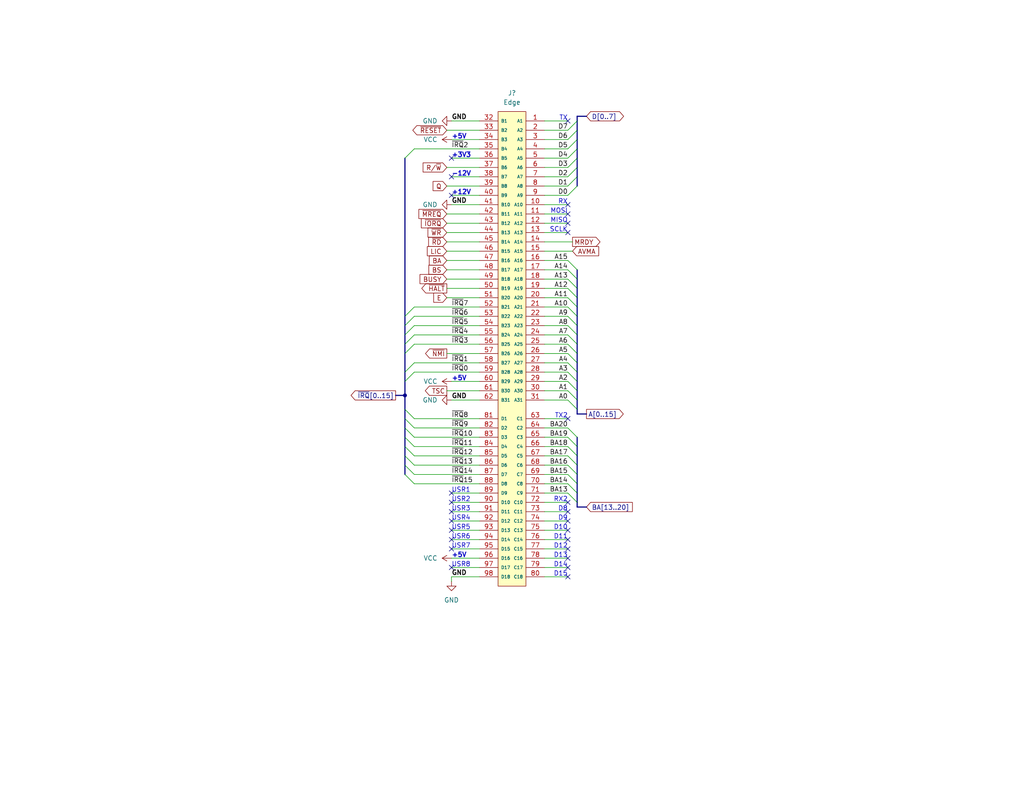
<source format=kicad_sch>
(kicad_sch (version 20230121) (generator eeschema)
  (paper "USLetter")
  (title_block (title "Bus connector") (date "2024-03-17") (rev "1.4") (company "Frédéric Segard") (comment 1 "MicroHobbyist's Retro Homebrew Computers") (comment 2 "microhobbyist.com"))
  (lib_symbols
    (symbol "0_Library:ISA_CARD_CONNECTOR_16BIT" (pin_names (offset 0.762))
      (property "Reference" "J" (at 0 5.08 0))
      (property "Value" "ISA_CARD_CONNECTOR_16BIT" (at 0 2.54 0))
      (symbol "ISA_CARD_CONNECTOR_16BIT_0_0"
        (pin passive line (at 8.89 -2.54 180) (length 5.08) (name "A1") (number "1"))
        (pin passive line (at 8.89 -25.4 180) (length 5.08) (name "A10") (number "10"))
        (pin passive line (at 8.89 -27.94 180) (length 5.08) (name "A11") (number "11"))
        (pin passive line (at 8.89 -30.48 180) (length 5.08) (name "A12") (number "12"))
        (pin passive line (at 8.89 -33.02 180) (length 5.08) (name "A13") (number "13"))
        (pin passive line (at 8.89 -35.56 180) (length 5.08) (name "A14") (number "14"))
        (pin passive line (at 8.89 -38.1 180) (length 5.08) (name "A15") (number "15"))
        (pin passive line (at 8.89 -40.64 180) (length 5.08) (name "A16") (number "16"))
        (pin passive line (at 8.89 -43.18 180) (length 5.08) (name "A17") (number "17"))
        (pin passive line (at 8.89 -45.72 180) (length 5.08) (name "A18") (number "18"))
        (pin passive line (at 8.89 -48.26 180) (length 5.08) (name "A19") (number "19"))
        (pin passive line (at 8.89 -5.08 180) (length 5.08) (name "A2") (number "2"))
        (pin passive line (at 8.89 -50.8 180) (length 5.08) (name "A20") (number "20"))
        (pin passive line (at 8.89 -53.34 180) (length 5.08) (name "A21") (number "21"))
        (pin passive line (at 8.89 -55.88 180) (length 5.08) (name "A22") (number "22"))
        (pin passive line (at 8.89 -58.42 180) (length 5.08) (name "A23") (number "23"))
        (pin passive line (at 8.89 -60.96 180) (length 5.08) (name "A24") (number "24"))
        (pin passive line (at 8.89 -63.5 180) (length 5.08) (name "A25") (number "25"))
        (pin passive line (at 8.89 -66.04 180) (length 5.08) (name "A26") (number "26"))
        (pin passive line (at 8.89 -68.58 180) (length 5.08) (name "A27") (number "27"))
        (pin passive line (at 8.89 -71.12 180) (length 5.08) (name "A28") (number "28"))
        (pin passive line (at 8.89 -73.66 180) (length 5.08) (name "A29") (number "29"))
        (pin passive line (at 8.89 -7.62 180) (length 5.08) (name "A3") (number "3"))
        (pin passive line (at 8.89 -76.2 180) (length 5.08) (name "A30") (number "30"))
        (pin passive line (at 8.89 -78.74 180) (length 5.08) (name "A31") (number "31"))
        (pin passive line (at -8.89 -2.54 0) (length 5.08) (name "B1") (number "32"))
        (pin passive line (at -8.89 -5.08 0) (length 5.08) (name "B2") (number "33"))
        (pin passive line (at -8.89 -7.62 0) (length 5.08) (name "B3") (number "34"))
        (pin passive line (at -8.89 -10.16 0) (length 5.08) (name "B4") (number "35"))
        (pin passive line (at -8.89 -12.7 0) (length 5.08) (name "B5") (number "36"))
        (pin passive line (at -8.89 -15.24 0) (length 5.08) (name "B6") (number "37"))
        (pin passive line (at -8.89 -17.78 0) (length 5.08) (name "B7") (number "38"))
        (pin passive line (at -8.89 -20.32 0) (length 5.08) (name "B8") (number "39"))
        (pin passive line (at 8.89 -10.16 180) (length 5.08) (name "A4") (number "4"))
        (pin passive line (at -8.89 -22.86 0) (length 5.08) (name "B9") (number "40"))
        (pin passive line (at -8.89 -25.4 0) (length 5.08) (name "B10") (number "41"))
        (pin passive line (at -8.89 -27.94 0) (length 5.08) (name "B11") (number "42"))
        (pin passive line (at -8.89 -30.48 0) (length 5.08) (name "B12") (number "43"))
        (pin passive line (at -8.89 -33.02 0) (length 5.08) (name "B13") (number "44"))
        (pin passive line (at -8.89 -35.56 0) (length 5.08) (name "B14") (number "45"))
        (pin passive line (at -8.89 -38.1 0) (length 5.08) (name "B15") (number "46"))
        (pin passive line (at -8.89 -40.64 0) (length 5.08) (name "B16") (number "47"))
        (pin passive line (at -8.89 -43.18 0) (length 5.08) (name "B17") (number "48"))
        (pin passive line (at -8.89 -45.72 0) (length 5.08) (name "B18") (number "49"))
        (pin passive line (at 8.89 -12.7 180) (length 5.08) (name "A5") (number "5"))
        (pin passive line (at -8.89 -48.26 0) (length 5.08) (name "B19") (number "50"))
        (pin passive line (at -8.89 -50.8 0) (length 5.08) (name "B20") (number "51"))
        (pin passive line (at -8.89 -53.34 0) (length 5.08) (name "B21") (number "52"))
        (pin passive line (at -8.89 -55.88 0) (length 5.08) (name "B22") (number "53"))
        (pin passive line (at -8.89 -58.42 0) (length 5.08) (name "B23") (number "54"))
        (pin passive line (at -8.89 -60.96 0) (length 5.08) (name "B24") (number "55"))
        (pin passive line (at -8.89 -63.5 0) (length 5.08) (name "B25") (number "56"))
        (pin passive line (at -8.89 -66.04 0) (length 5.08) (name "B26") (number "57"))
        (pin passive line (at -8.89 -68.58 0) (length 5.08) (name "B27") (number "58"))
        (pin passive line (at -8.89 -71.12 0) (length 5.08) (name "B28") (number "59"))
        (pin passive line (at 8.89 -15.24 180) (length 5.08) (name "A6") (number "6"))
        (pin passive line (at -8.89 -73.66 0) (length 5.08) (name "B29") (number "60"))
        (pin passive line (at -8.89 -76.2 0) (length 5.08) (name "B30") (number "61"))
        (pin passive line (at -8.89 -78.74 0) (length 5.08) (name "B31") (number "62"))
        (pin passive line (at 8.89 -17.78 180) (length 5.08) (name "A7") (number "7"))
        (pin passive line (at 8.89 -20.32 180) (length 5.08) (name "A8") (number "8"))
        (pin passive line (at 8.89 -22.86 180) (length 5.08) (name "A9") (number "9"))
      )
      (symbol "ISA_CARD_CONNECTOR_16BIT_0_1"
        (rectangle (start -3.81 0) (end 3.81 -129.54) (fill (type background)))
      )
      (symbol "ISA_CARD_CONNECTOR_16BIT_1_1"
        (pin passive line (at 8.89 -83.82 180) (length 5.08) (name "C1") (number "63"))
        (pin passive line (at 8.89 -86.36 180) (length 5.08) (name "C2") (number "64"))
        (pin passive line (at 8.89 -88.9 180) (length 5.08) (name "C3") (number "65"))
        (pin passive line (at 8.89 -91.44 180) (length 5.08) (name "C4") (number "66"))
        (pin passive line (at 8.89 -93.98 180) (length 5.08) (name "C5") (number "67"))
        (pin passive line (at 8.89 -96.52 180) (length 5.08) (name "C6") (number "68"))
        (pin passive line (at 8.89 -99.06 180) (length 5.08) (name "C7") (number "69"))
        (pin passive line (at 8.89 -101.6 180) (length 5.08) (name "C8") (number "70"))
        (pin passive line (at 8.89 -104.14 180) (length 5.08) (name "C9") (number "71"))
        (pin passive line (at 8.89 -106.68 180) (length 5.08) (name "C10") (number "72"))
        (pin passive line (at 8.89 -109.22 180) (length 5.08) (name "C11") (number "73"))
        (pin passive line (at 8.89 -111.76 180) (length 5.08) (name "C12") (number "74"))
        (pin passive line (at 8.89 -114.3 180) (length 5.08) (name "C13") (number "75"))
        (pin passive line (at 8.89 -116.84 180) (length 5.08) (name "C14") (number "76"))
        (pin passive line (at 8.89 -119.38 180) (length 5.08) (name "C15") (number "77"))
        (pin passive line (at 8.89 -121.92 180) (length 5.08) (name "C16") (number "78"))
        (pin passive line (at 8.89 -124.46 180) (length 5.08) (name "C17") (number "79"))
        (pin passive line (at 8.89 -127 180) (length 5.08) (name "C18") (number "80"))
        (pin passive line (at -8.89 -83.82 0) (length 5.08) (name "D1") (number "81"))
        (pin passive line (at -8.89 -86.36 0) (length 5.08) (name "D2") (number "82"))
        (pin passive line (at -8.89 -88.9 0) (length 5.08) (name "D3") (number "83"))
        (pin passive line (at -8.89 -91.44 0) (length 5.08) (name "D4") (number "84"))
        (pin passive line (at -8.89 -93.98 0) (length 5.08) (name "D5") (number "85"))
        (pin passive line (at -8.89 -96.52 0) (length 5.08) (name "D6") (number "86"))
        (pin passive line (at -8.89 -99.06 0) (length 5.08) (name "D7") (number "87"))
        (pin passive line (at -8.89 -101.6 0) (length 5.08) (name "D8") (number "88"))
        (pin passive line (at -8.89 -104.14 0) (length 5.08) (name "D9") (number "89"))
        (pin passive line (at -8.89 -106.68 0) (length 5.08) (name "D10") (number "90"))
        (pin passive line (at -8.89 -109.22 0) (length 5.08) (name "D11") (number "91"))
        (pin passive line (at -8.89 -111.76 0) (length 5.08) (name "D12") (number "92"))
        (pin passive line (at -8.89 -114.3 0) (length 5.08) (name "D13") (number "93"))
        (pin passive line (at -8.89 -116.84 0) (length 5.08) (name "D14") (number "94"))
        (pin passive line (at -8.89 -119.38 0) (length 5.08) (name "D15") (number "95"))
        (pin passive line (at -8.89 -121.92 0) (length 5.08) (name "D16") (number "96"))
        (pin passive line (at -8.89 -124.46 0) (length 5.08) (name "D17") (number "97"))
        (pin passive line (at -8.89 -127 0) (length 5.08) (name "D18") (number "98"))
      )
    )
    (symbol "power:GND" (power) (pin_names (offset 0))
      (property "Value" "GND" (at 0 -3.81 0))
      (symbol "GND_0_1"
        (polyline (pts (xy 0 0) (xy 0 -1.27) (xy 1.27 -1.27) (xy 0 -2.54) (xy -1.27 -1.27) (xy 0 -1.27)))
      )
      (symbol "GND_1_1"
        (pin power_in line (at 0 0 270) (length 0) hide (name "GND") (number "1"))
      )
    )
    (symbol "power:VCC" (power) (pin_names (offset 0))
      (property "Value" "VCC" (at 0 3.81 0))
      (symbol "VCC_0_1"
        (polyline (pts (xy -0.762 1.27) (xy 0 2.54)))
        (polyline (pts (xy 0 0) (xy 0 2.54)))
        (polyline (pts (xy 0 2.54) (xy 0.762 1.27)))
      )
      (symbol "VCC_1_1"
        (pin power_in line (at 0 0 90) (length 0) hide (name "VCC") (number "1"))
      )
    )
  )
  (junction (at 110.49 107.95))
  (no_connect (at 154.94 157.48))
  (no_connect (at 123.19 147.32))
  (no_connect (at 154.94 137.16))
  (no_connect (at 123.19 48.26))
  (no_connect (at 123.19 137.16))
  (no_connect (at 154.94 152.4))
  (no_connect (at 123.19 53.34))
  (no_connect (at 123.19 142.24))
  (no_connect (at 154.94 144.78))
  (no_connect (at 154.94 55.88))
  (no_connect (at 154.94 149.86))
  (no_connect (at 123.19 154.94))
  (no_connect (at 123.19 134.62))
  (no_connect (at 154.94 63.5))
  (no_connect (at 154.94 114.3))
  (no_connect (at 154.94 147.32))
  (no_connect (at 154.94 154.94))
  (no_connect (at 123.19 149.86))
  (no_connect (at 154.94 33.02))
  (no_connect (at 123.19 144.78))
  (no_connect (at 154.94 60.96))
  (no_connect (at 123.19 43.18))
  (no_connect (at 154.94 58.42))
  (no_connect (at 123.19 139.7))
  (no_connect (at 154.94 139.7))
  (no_connect (at 154.94 142.24))
  (bus_entry (at 110.49 91.44) (size 2.54 -2.54))
  (bus_entry (at 113.03 121.92) (size -2.54 -2.54))
  (bus_entry (at 157.48 40.64) (size -2.54 2.54))
  (bus_entry (at 157.48 111.76) (size -2.54 -2.54))
  (bus_entry (at 113.03 116.84) (size -2.54 -2.54))
  (bus_entry (at 154.94 129.54) (size 2.54 2.54))
  (bus_entry (at 157.48 35.56) (size -2.54 2.54))
  (bus_entry (at 113.03 114.3) (size -2.54 -2.54))
  (bus_entry (at 113.03 129.54) (size -2.54 -2.54))
  (bus_entry (at 157.48 50.8) (size -2.54 2.54))
  (bus_entry (at 154.94 127) (size 2.54 2.54))
  (bus_entry (at 157.48 104.14) (size -2.54 -2.54))
  (bus_entry (at 157.48 45.72) (size -2.54 2.54))
  (bus_entry (at 154.94 121.92) (size 2.54 2.54))
  (bus_entry (at 157.48 109.22) (size -2.54 -2.54))
  (bus_entry (at 157.48 76.2) (size -2.54 -2.54))
  (bus_entry (at 157.48 43.18) (size -2.54 2.54))
  (bus_entry (at 110.49 43.18) (size 2.54 -2.54))
  (bus_entry (at 157.48 73.66) (size -2.54 -2.54))
  (bus_entry (at 113.03 119.38) (size -2.54 -2.54))
  (bus_entry (at 110.49 86.36) (size 2.54 -2.54))
  (bus_entry (at 110.49 101.6) (size 2.54 -2.54))
  (bus_entry (at 157.48 86.36) (size -2.54 -2.54))
  (bus_entry (at 154.94 119.38) (size 2.54 2.54))
  (bus_entry (at 157.48 101.6) (size -2.54 -2.54))
  (bus_entry (at 110.49 88.9) (size 2.54 -2.54))
  (bus_entry (at 157.48 91.44) (size -2.54 -2.54))
  (bus_entry (at 110.49 93.98) (size 2.54 -2.54))
  (bus_entry (at 113.03 127) (size -2.54 -2.54))
  (bus_entry (at 110.49 96.52) (size 2.54 -2.54))
  (bus_entry (at 157.48 106.68) (size -2.54 -2.54))
  (bus_entry (at 157.48 93.98) (size -2.54 -2.54))
  (bus_entry (at 157.48 48.26) (size -2.54 2.54))
  (bus_entry (at 157.48 83.82) (size -2.54 -2.54))
  (bus_entry (at 110.49 104.14) (size 2.54 -2.54))
  (bus_entry (at 157.48 78.74) (size -2.54 -2.54))
  (bus_entry (at 157.48 88.9) (size -2.54 -2.54))
  (bus_entry (at 157.48 33.02) (size -2.54 2.54))
  (bus_entry (at 154.94 116.84) (size 2.54 2.54))
  (bus_entry (at 157.48 96.52) (size -2.54 -2.54))
  (bus_entry (at 154.94 124.46) (size 2.54 2.54))
  (bus_entry (at 113.03 124.46) (size -2.54 -2.54))
  (bus_entry (at 113.03 132.08) (size -2.54 -2.54))
  (bus_entry (at 154.94 134.62) (size 2.54 2.54))
  (bus_entry (at 154.94 132.08) (size 2.54 2.54))
  (bus_entry (at 157.48 99.06) (size -2.54 -2.54))
  (bus_entry (at 157.48 81.28) (size -2.54 -2.54))
  (bus_entry (at 157.48 38.1) (size -2.54 2.54))
  (bus (pts (xy 157.48 40.64) (xy 157.48 38.1)))
  (wire (pts (xy 123.19 33.02) (xy 130.81 33.02)))
  (wire (pts (xy 148.59 134.62) (xy 154.94 134.62)))
  (wire (pts (xy 148.59 86.36) (xy 154.94 86.36)))
  (bus (pts (xy 110.49 43.18) (xy 110.49 86.36)))
  (wire (pts (xy 148.59 91.44) (xy 154.94 91.44)))
  (wire (pts (xy 113.03 83.82) (xy 130.81 83.82)))
  (bus (pts (xy 157.48 73.66) (xy 157.48 76.2)))
  (bus (pts (xy 157.48 119.38) (xy 157.48 121.92)))
  (wire (pts (xy 113.03 101.6) (xy 130.81 101.6)))
  (wire (pts (xy 148.59 55.88) (xy 154.94 55.88)))
  (bus (pts (xy 160.02 31.75) (xy 157.48 31.75)))
  (wire (pts (xy 121.92 60.96) (xy 130.81 60.96)))
  (wire (pts (xy 148.59 40.64) (xy 154.94 40.64)))
  (bus (pts (xy 157.48 81.28) (xy 157.48 83.82)))
  (bus (pts (xy 157.48 86.36) (xy 157.48 88.9)))
  (wire (pts (xy 121.92 73.66) (xy 130.81 73.66)))
  (wire (pts (xy 121.92 68.58) (xy 130.81 68.58)))
  (bus (pts (xy 110.49 114.3) (xy 110.49 116.84)))
  (wire (pts (xy 121.92 63.5) (xy 130.81 63.5)))
  (bus (pts (xy 157.48 83.82) (xy 157.48 86.36)))
  (wire (pts (xy 148.59 132.08) (xy 154.94 132.08)))
  (wire (pts (xy 148.59 93.98) (xy 154.94 93.98)))
  (wire (pts (xy 123.19 144.78) (xy 130.81 144.78)))
  (wire (pts (xy 123.19 139.7) (xy 130.81 139.7)))
  (bus (pts (xy 157.48 76.2) (xy 157.48 78.74)))
  (wire (pts (xy 121.92 106.68) (xy 130.81 106.68)))
  (wire (pts (xy 123.19 147.32) (xy 130.81 147.32)))
  (wire (pts (xy 148.59 68.58) (xy 156.21 68.58)))
  (wire (pts (xy 123.19 55.88) (xy 130.81 55.88)))
  (wire (pts (xy 154.94 81.28) (xy 148.59 81.28)))
  (wire (pts (xy 148.59 127) (xy 154.94 127)))
  (bus (pts (xy 157.48 91.44) (xy 157.48 93.98)))
  (bus (pts (xy 157.48 50.8) (xy 157.48 48.26)))
  (bus (pts (xy 157.48 121.92) (xy 157.48 124.46)))
  (bus (pts (xy 110.49 101.6) (xy 110.49 104.14)))
  (bus (pts (xy 157.48 48.26) (xy 157.48 45.72)))
  (wire (pts (xy 148.59 139.7) (xy 154.94 139.7)))
  (wire (pts (xy 123.19 43.18) (xy 130.81 43.18)))
  (wire (pts (xy 148.59 114.3) (xy 154.94 114.3)))
  (wire (pts (xy 148.59 96.52) (xy 154.94 96.52)))
  (wire (pts (xy 148.59 147.32) (xy 154.94 147.32)))
  (wire (pts (xy 123.19 134.62) (xy 130.81 134.62)))
  (wire (pts (xy 148.59 137.16) (xy 154.94 137.16)))
  (wire (pts (xy 113.03 132.08) (xy 130.81 132.08)))
  (wire (pts (xy 121.92 71.12) (xy 130.81 71.12)))
  (wire (pts (xy 123.19 152.4) (xy 130.81 152.4)))
  (bus (pts (xy 157.48 132.08) (xy 157.48 134.62)))
  (wire (pts (xy 123.19 157.48) (xy 123.19 158.75)))
  (bus (pts (xy 110.49 107.95) (xy 110.49 111.76)))
  (bus (pts (xy 110.49 86.36) (xy 110.49 88.9)))
  (bus (pts (xy 157.48 43.18) (xy 157.48 40.64)))
  (wire (pts (xy 123.19 104.14) (xy 130.81 104.14)))
  (wire (pts (xy 121.92 58.42) (xy 130.81 58.42)))
  (wire (pts (xy 123.19 137.16) (xy 130.81 137.16)))
  (wire (pts (xy 113.03 124.46) (xy 130.81 124.46)))
  (bus (pts (xy 157.48 137.16) (xy 157.48 138.43)))
  (bus (pts (xy 110.49 121.92) (xy 110.49 124.46)))
  (wire (pts (xy 113.03 88.9) (xy 130.81 88.9)))
  (wire (pts (xy 121.92 81.28) (xy 130.81 81.28)))
  (wire (pts (xy 121.92 35.56) (xy 130.81 35.56)))
  (wire (pts (xy 148.59 63.5) (xy 154.94 63.5)))
  (wire (pts (xy 113.03 114.3) (xy 130.81 114.3)))
  (wire (pts (xy 148.59 121.92) (xy 154.94 121.92)))
  (wire (pts (xy 123.19 157.48) (xy 130.81 157.48)))
  (wire (pts (xy 148.59 45.72) (xy 154.94 45.72)))
  (bus (pts (xy 157.48 38.1) (xy 157.48 35.56)))
  (wire (pts (xy 123.19 142.24) (xy 130.81 142.24)))
  (bus (pts (xy 157.48 33.02) (xy 157.48 31.75)))
  (bus (pts (xy 157.48 88.9) (xy 157.48 91.44)))
  (wire (pts (xy 148.59 119.38) (xy 154.94 119.38)))
  (bus (pts (xy 157.48 35.56) (xy 157.48 33.02)))
  (wire (pts (xy 148.59 35.56) (xy 154.94 35.56)))
  (wire (pts (xy 148.59 144.78) (xy 154.94 144.78)))
  (wire (pts (xy 123.19 48.26) (xy 130.81 48.26)))
  (bus (pts (xy 157.48 93.98) (xy 157.48 96.52)))
  (wire (pts (xy 154.94 78.74) (xy 148.59 78.74)))
  (wire (pts (xy 148.59 58.42) (xy 154.94 58.42)))
  (wire (pts (xy 148.59 154.94) (xy 154.94 154.94)))
  (wire (pts (xy 113.03 86.36) (xy 130.81 86.36)))
  (wire (pts (xy 148.59 99.06) (xy 154.94 99.06)))
  (wire (pts (xy 123.19 53.34) (xy 130.81 53.34)))
  (wire (pts (xy 113.03 121.92) (xy 130.81 121.92)))
  (bus (pts (xy 157.48 129.54) (xy 157.48 132.08)))
  (wire (pts (xy 148.59 50.8) (xy 154.94 50.8)))
  (wire (pts (xy 123.19 154.94) (xy 130.81 154.94)))
  (wire (pts (xy 130.81 78.74) (xy 121.92 78.74)))
  (wire (pts (xy 148.59 101.6) (xy 154.94 101.6)))
  (wire (pts (xy 148.59 71.12) (xy 154.94 71.12)))
  (bus (pts (xy 157.48 96.52) (xy 157.48 99.06)))
  (wire (pts (xy 148.59 157.48) (xy 154.94 157.48)))
  (wire (pts (xy 148.59 38.1) (xy 154.94 38.1)))
  (bus (pts (xy 157.48 104.14) (xy 157.48 106.68)))
  (bus (pts (xy 157.48 113.03) (xy 160.02 113.03)))
  (wire (pts (xy 148.59 60.96) (xy 154.94 60.96)))
  (wire (pts (xy 113.03 99.06) (xy 130.81 99.06)))
  (wire (pts (xy 148.59 129.54) (xy 154.94 129.54)))
  (wire (pts (xy 113.03 40.64) (xy 130.81 40.64)))
  (wire (pts (xy 121.92 45.72) (xy 130.81 45.72)))
  (wire (pts (xy 123.19 109.22) (xy 130.81 109.22)))
  (wire (pts (xy 148.59 142.24) (xy 154.94 142.24)))
  (wire (pts (xy 148.59 149.86) (xy 154.94 149.86)))
  (bus (pts (xy 160.02 138.43) (xy 157.48 138.43)))
  (bus (pts (xy 110.49 111.76) (xy 110.49 114.3)))
  (bus (pts (xy 110.49 91.44) (xy 110.49 93.98)))
  (bus (pts (xy 110.49 96.52) (xy 110.49 101.6)))
  (wire (pts (xy 148.59 152.4) (xy 154.94 152.4)))
  (bus (pts (xy 157.48 134.62) (xy 157.48 137.16)))
  (bus (pts (xy 157.48 127) (xy 157.48 129.54)))
  (bus (pts (xy 110.49 127) (xy 110.49 129.54)))
  (wire (pts (xy 113.03 127) (xy 130.81 127)))
  (bus (pts (xy 107.95 107.95) (xy 110.49 107.95)))
  (wire (pts (xy 148.59 73.66) (xy 154.94 73.66)))
  (bus (pts (xy 157.48 109.22) (xy 157.48 111.76)))
  (wire (pts (xy 121.92 66.04) (xy 130.81 66.04)))
  (bus (pts (xy 110.49 93.98) (xy 110.49 96.52)))
  (bus (pts (xy 157.48 78.74) (xy 157.48 81.28)))
  (wire (pts (xy 121.92 50.8) (xy 130.81 50.8)))
  (bus (pts (xy 157.48 45.72) (xy 157.48 43.18)))
  (wire (pts (xy 148.59 48.26) (xy 154.94 48.26)))
  (wire (pts (xy 148.59 104.14) (xy 154.94 104.14)))
  (wire (pts (xy 113.03 129.54) (xy 130.81 129.54)))
  (bus (pts (xy 110.49 88.9) (xy 110.49 91.44)))
  (wire (pts (xy 121.92 96.52) (xy 130.81 96.52)))
  (bus (pts (xy 110.49 104.14) (xy 110.49 107.95)))
  (wire (pts (xy 113.03 116.84) (xy 130.81 116.84)))
  (wire (pts (xy 123.19 149.86) (xy 130.81 149.86)))
  (bus (pts (xy 157.48 106.68) (xy 157.48 109.22)))
  (wire (pts (xy 148.59 109.22) (xy 154.94 109.22)))
  (wire (pts (xy 123.19 38.1) (xy 130.81 38.1)))
  (wire (pts (xy 113.03 91.44) (xy 130.81 91.44)))
  (wire (pts (xy 121.92 76.2) (xy 130.81 76.2)))
  (wire (pts (xy 148.59 83.82) (xy 154.94 83.82)))
  (bus (pts (xy 157.48 111.76) (xy 157.48 113.03)))
  (wire (pts (xy 154.94 76.2) (xy 148.59 76.2)))
  (wire (pts (xy 113.03 119.38) (xy 130.81 119.38)))
  (wire (pts (xy 148.59 53.34) (xy 154.94 53.34)))
  (wire (pts (xy 148.59 88.9) (xy 154.94 88.9)))
  (bus (pts (xy 110.49 116.84) (xy 110.49 119.38)))
  (bus (pts (xy 110.49 119.38) (xy 110.49 121.92)))
  (bus (pts (xy 157.48 124.46) (xy 157.48 127)))
  (wire (pts (xy 113.03 93.98) (xy 130.81 93.98)))
  (bus (pts (xy 157.48 101.6) (xy 157.48 104.14)))
  (bus (pts (xy 110.49 124.46) (xy 110.49 127)))
  (wire (pts (xy 148.59 66.04) (xy 156.21 66.04)))
  (wire (pts (xy 148.59 33.02) (xy 154.94 33.02)))
  (wire (pts (xy 148.59 43.18) (xy 154.94 43.18)))
  (wire (pts (xy 148.59 106.68) (xy 154.94 106.68)))
  (bus (pts (xy 157.48 99.06) (xy 157.48 101.6)))
  (wire (pts (xy 148.59 124.46) (xy 154.94 124.46)))
  (wire (pts (xy 148.59 116.84) (xy 154.94 116.84)))
  (text "TX2" (at 154.94 114.3 0) (effects (font (size 1.27 1.27)) (justify right bottom)))
  (text "D8" (at 154.94 139.7 0) (effects (font (size 1.27 1.27)) (justify right bottom)))
  (text "D11" (at 154.94 147.32 0) (effects (font (size 1.27 1.27)) (justify right bottom)))
  (text "D9" (at 154.94 142.24 0) (effects (font (size 1.27 1.27)) (justify right bottom)))
  (text "USR5" (at 123.19 144.78 0) (effects (font (size 1.27 1.27)) (justify left bottom)))
  (text "+3V3" (at 123.19 43.18 0) (effects (font (size 1.27 1.27) (thickness 0.254) bold) (justify left bottom)))
  (text "MOSI" (at 154.94 58.42 0) (effects (font (size 1.27 1.27)) (justify right bottom)))
  (text "USR3" (at 123.19 139.7 0) (effects (font (size 1.27 1.27)) (justify left bottom)))
  (text "USR7" (at 123.19 149.86 0) (effects (font (size 1.27 1.27)) (justify left bottom)))
  (text "USR2" (at 123.19 137.16 0) (effects (font (size 1.27 1.27)) (justify left bottom)))
  (text "-12V" (at 123.19 48.26 0) (effects (font (size 1.27 1.27) (thickness 0.254) bold) (justify left bottom)))
  (text "TX" (at 154.94 33.02 0) (effects (font (size 1.27 1.27)) (justify right bottom)))
  (text "D14" (at 154.94 154.94 0) (effects (font (size 1.27 1.27)) (justify right bottom)))
  (text "D15" (at 154.94 157.48 0) (effects (font (size 1.27 1.27)) (justify right bottom)))
  (text "Suggested IRQ levels:\n---------------------\nIRQ 0 *	System Timer (CTC)\nIRQ 1 *	COM1 & COM2 (SIO)\nIRQ 2 *	Keyboard (PS/2)\nIRQ 3 *	VDP\nIRQ 4 *	Real Time Clock\nIRQ 5 *	Additional SIOs (Shared IRQ)\nIRQ 6 *	PIOs and other devices\nIRQ 7 *	Mouse (PS/2)" (at 113.03 241.3 0) (effects (font (size 1.27 1.27)) (justify left bottom)))
  (text "USR6" (at 123.19 147.32 0) (effects (font (size 1.27 1.27)) (justify left bottom)))
  (text "MISO" (at 154.94 60.96 0) (effects (font (size 1.27 1.27)) (justify right bottom)))
  (text "D12" (at 154.94 149.86 0) (effects (font (size 1.27 1.27)) (justify right bottom)))
  (text "+5V" (at 123.19 152.4 0) (effects (font (size 1.27 1.27) (thickness 0.254) bold) (justify left bottom)))
  (text "USR4" (at 123.19 142.24 0) (effects (font (size 1.27 1.27)) (justify left bottom)))
  (text "D10" (at 154.94 144.78 0) (effects (font (size 1.27 1.27)) (justify right bottom)))
  (text "+5V" (at 123.19 38.1 0) (effects (font (size 1.27 1.27) (thickness 0.254) bold) (justify left bottom)))
  (text "SCLK" (at 154.94 63.5 0) (effects (font (size 1.27 1.27)) (justify right bottom)))
  (text "USR1" (at 123.19 134.62 0) (effects (font (size 1.27 1.27)) (justify left bottom)))
  (text "+5V" (at 123.19 104.14 0) (effects (font (size 1.27 1.27) (thickness 0.254) bold) (justify left bottom)))
  (text "RX" (at 154.94 55.88 0) (effects (font (size 1.27 1.27)) (justify right bottom)))
  (text "D13" (at 154.94 152.4 0) (effects (font (size 1.27 1.27)) (justify right bottom)))
  (text "RX2" (at 154.94 137.16 0) (effects (font (size 1.27 1.27)) (justify right bottom)))
  (text "+12V" (at 123.19 53.34 0) (effects (font (size 1.27 1.27) (thickness 0.254) bold) (justify left bottom)))
  (text "USR8" (at 123.19 154.94 0) (effects (font (size 1.27 1.27)) (justify left bottom)))
  (label "BA19" (at 154.94 119.38 180))
  (label "A11" (at 154.94 81.28 180))
  (label "BA16" (at 154.94 127 180))
  (label "A7" (at 154.94 91.44 180))
  (label "~{IRQ}10" (at 123.19 119.38 0))
  (label "BA14" (at 154.94 132.08 180))
  (label "D0" (at 154.94 53.34 180))
  (label "A6" (at 154.94 93.98 180))
  (label "BA20" (at 154.94 116.84 180))
  (label "~{IRQ}13" (at 123.19 127 0))
  (label "~{IRQ}15" (at 123.19 132.08 0))
  (label "A15" (at 154.94 71.12 180))
  (label "~{IRQ}0" (at 123.19 101.6 0))
  (label "A9" (at 154.94 86.36 180))
  (label "GND" (at 123.19 33.02 0) (effects (font (thickness 0.254) bold)))
  (label "A0" (at 154.94 109.22 180))
  (label "A3" (at 154.94 101.6 180))
  (label "~{IRQ}4" (at 123.19 91.44 0))
  (label "~{IRQ}1" (at 123.19 99.06 0))
  (label "D7" (at 154.94 35.56 180))
  (label "A13" (at 154.94 76.2 180))
  (label "D4" (at 154.94 43.18 180))
  (label "BA18" (at 154.94 121.92 180))
  (label "D1" (at 154.94 50.8 180))
  (label "D5" (at 154.94 40.64 180))
  (label "BA13" (at 154.94 134.62 180))
  (label "~{IRQ}14" (at 123.19 129.54 0))
  (label "GND" (at 123.19 109.22 0) (effects (font (thickness 0.254) bold)))
  (label "~{IRQ}3" (at 123.19 93.98 0))
  (label "A8" (at 154.94 88.9 180))
  (label "A4" (at 154.94 99.06 180))
  (label "A5" (at 154.94 96.52 180))
  (label "BA17" (at 154.94 124.46 180))
  (label "A1" (at 154.94 106.68 180))
  (label "A12" (at 154.94 78.74 180))
  (label "A10" (at 154.94 83.82 180))
  (label "~{IRQ}11" (at 123.19 121.92 0))
  (label "D3" (at 154.94 45.72 180))
  (label "~{IRQ}8" (at 123.19 114.3 0))
  (label "~{IRQ}7" (at 123.19 83.82 0))
  (label "A14" (at 154.94 73.66 180))
  (label "~{IRQ}12" (at 123.19 124.46 0))
  (label "GND" (at 123.19 157.48 0) (effects (font (thickness 0.254) bold)))
  (label "~{IRQ}5" (at 123.19 88.9 0))
  (label "GND" (at 123.19 55.88 0) (effects (font (thickness 0.254) bold)))
  (label "~{IRQ}2" (at 123.19 40.64 0))
  (label "D6" (at 154.94 38.1 180))
  (label "BA15" (at 154.94 129.54 180))
  (label "~{IRQ}6" (at 123.19 86.36 0))
  (label "~{IRQ}9" (at 123.19 116.84 0))
  (label "D2" (at 154.94 48.26 180))
  (label "A2" (at 154.94 104.14 180))
  (global_label "R{slash}~{W}" (shape input) (at 121.92 45.72 180) (property "Intersheetrefs" "${INTERSHEET_REFS}" (effects hide)))
  (global_label "~{RESET}" (shape bidirectional) (at 121.92 35.56 180) (property "Intersheetrefs" "${INTERSHEET_REFS}" (effects hide)))
  (global_label "~{IORQ}" (shape input) (at 121.92 60.96 180) (property "Intersheetrefs" "${INTERSHEET_REFS}" (effects hide)))
  (global_label "~{HALT}" (shape output) (at 121.92 78.74 180) (property "Intersheetrefs" "${INTERSHEET_REFS}" (effects hide)))
  (global_label "E" (shape input) (at 121.92 81.28 180) (property "Intersheetrefs" "${INTERSHEET_REFS}" (effects hide)))
  (global_label "~{IRQ}[0..15]" (shape output) (at 107.95 107.95 180) (property "Intersheetrefs" "${INTERSHEET_REFS}" (effects hide)))
  (global_label "BA" (shape input) (at 121.92 71.12 180) (property "Intersheetrefs" "${INTERSHEET_REFS}" (effects hide)))
  (global_label "BUSY" (shape input) (at 121.92 76.2 180) (property "Intersheetrefs" "${INTERSHEET_REFS}" (effects hide)))
  (global_label "BA[13..20]" (shape input) (at 160.02 138.43 0) (property "Intersheetrefs" "${INTERSHEET_REFS}" (effects hide)))
  (global_label "~{MREQ}" (shape input) (at 121.92 58.42 180) (property "Intersheetrefs" "${INTERSHEET_REFS}" (effects hide)))
  (global_label "Q" (shape input) (at 121.92 50.8 180) (property "Intersheetrefs" "${INTERSHEET_REFS}" (effects hide)))
  (global_label "~{RD}" (shape input) (at 121.92 66.04 180) (property "Intersheetrefs" "${INTERSHEET_REFS}" (effects hide)))
  (global_label "TSC" (shape output) (at 121.92 106.68 180) (property "Intersheetrefs" "${INTERSHEET_REFS}" (effects hide)))
  (global_label "LIC" (shape input) (at 121.92 68.58 180) (property "Intersheetrefs" "${INTERSHEET_REFS}" (effects hide)))
  (global_label "MRDY" (shape output) (at 156.21 66.04 0) (property "Intersheetrefs" "${INTERSHEET_REFS}" (effects hide)))
  (global_label "A[0..15]" (shape output) (at 160.02 113.03 0) (property "Intersheetrefs" "${INTERSHEET_REFS}" (effects hide)))
  (global_label "~{WR}" (shape input) (at 121.92 63.5 180) (property "Intersheetrefs" "${INTERSHEET_REFS}" (effects hide)))
  (global_label "AVMA" (shape input) (at 156.21 68.58 0) (property "Intersheetrefs" "${INTERSHEET_REFS}" (effects hide)))
  (global_label "D[0..7]" (shape bidirectional) (at 160.02 31.75 0) (property "Intersheetrefs" "${INTERSHEET_REFS}" (effects hide)))
  (global_label "~{NMI}" (shape output) (at 121.92 96.52 180) (property "Intersheetrefs" "${INTERSHEET_REFS}" (effects hide)))
  (global_label "BS" (shape input) (at 121.92 73.66 180) (property "Intersheetrefs" "${INTERSHEET_REFS}" (effects hide)))
  (symbol (lib_id "power:VCC") (at 123.19 104.14 90) (unit 1)
    (property "Reference" "#PWR0117" (effects hide))
    (property "Value" "VCC" (at 119.38 104.14 90) (effects (justify left)))
  )
  (symbol (lib_id "power:GND") (at 123.19 109.22 270) (unit 1)
    (property "Reference" "#PWR?" (effects hide))
    (property "Value" "GND" (at 119.38 109.22 90) (effects (justify right)))
    (instances (project "1 - ATX 16 bit ISA passive backplane" (path "" (reference "#PWR?") (unit 1))) (project "PCB - CPU V1" (path "" (reference "#PWR0118") (unit 1))))
  )
  (symbol (lib_id "0_Library:ISA_CARD_CONNECTOR_16BIT") (at 139.7 30.48 0) (unit 1)
    (property "Reference" "J?" (at 139.7 25.4 0))
    (property "Value" "Edge" (at 139.7 27.94 0))
    (property "Footprint" "0_Library:BUS_AT v2" (effects hide))
    (property "Datasheet" "https://www.te.com/commerce/DocumentDelivery/DDEController?Action=showdoc&DocId=Customer+Drawing%7F5530843%7FF8%7Fpdf%7FEnglish%7FENG_CD_5530843_F8.pdf%7F6-5530843-5" (effects hide))
    (property "Description" "Power to the Board 100 VRT 052DP" (effects hide))
    (property "Mouser Part Number" "571-5645169-3" (effects hide))
    (property "Mouser Price/Stock" "https://www.mouser.ca/ProductDetail/TE-Connectivity/5645169-3?qs=sGAEpiMZZMvlX3nhDDO4AJnl56K1ca25LEufbdKkbWo%3D" (effects hide))
    (property "Manufacturer_Name" "TE Connectivity" (effects hide))
    (property "Manufacturer_Part_Number" "6-5530843-5" (effects hide))
    (instances (project "1 - ATX 16 bit ISA passive backplane" (path "" (reference "J?") (unit 1))) (project "PCB - CPU V1" (path "" (reference "J4") (unit 1))))
  )
  (symbol (lib_id "power:GND") (at 123.19 33.02 270) (unit 1)
    (property "Reference" "#PWR0114" (effects hide))
    (property "Value" "GND" (at 119.38 33.02 90) (effects (justify right)))
  )
  (symbol (lib_id "power:GND") (at 123.19 55.88 270) (unit 1)
    (property "Reference" "#PWR0116" (effects hide))
    (property "Value" "GND" (at 119.38 55.88 90) (effects (justify right)))
  )
  (symbol (lib_id "power:GND") (at 123.19 158.75 0) (unit 1)
    (property "Reference" "#PWR0120" (effects hide))
    (property "Value" "GND" (at 123.19 163.83 0))
  )
  (symbol (lib_id "power:VCC") (at 123.19 38.1 90) (unit 1)
    (property "Reference" "#PWR0115" (effects hide))
    (property "Value" "VCC" (at 119.38 38.1 90) (effects (justify left)))
  )
  (symbol (lib_id "power:VCC") (at 123.19 152.4 90) (unit 1)
    (property "Reference" "#PWR0119" (effects hide))
    (property "Value" "VCC" (at 119.38 152.4 90) (effects (justify left)))
  )
)
</source>
